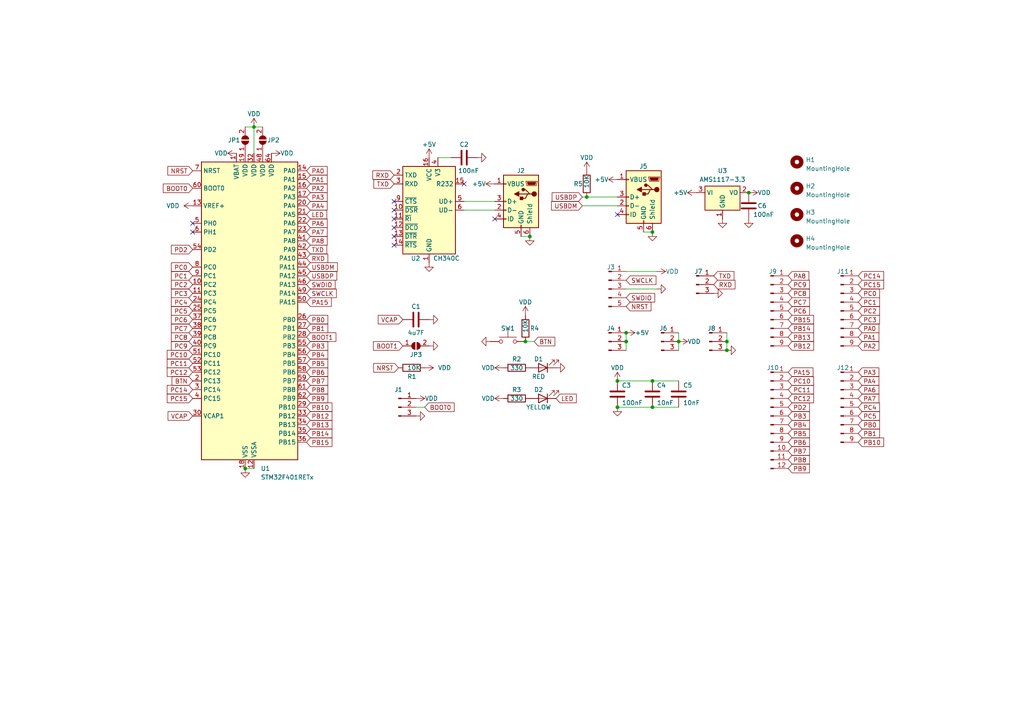
<source format=kicad_sch>
(kicad_sch (version 20230121) (generator eeschema)
  (paper "A4")
  (title_block (title "STM32 LQFP64 Minimum System") (date "2023-08-17") (rev "v0") (company "Achmadi ST MT"))
  (lib_symbols
    (symbol "Connector:Conn_01x03_Pin" (pin_names (offset 1.016) hide)
      (property "Reference" "J" (at 0 5.08 0))
      (property "Value" "Conn_01x03_Pin" (at 0 -5.08 0))
      (symbol "Conn_01x03_Pin_1_1"
        (polyline (pts (xy 1.27 -2.54) (xy 0.8636 -2.54)) (stroke (width 0.1524)))
        (polyline (pts (xy 1.27 0) (xy 0.8636 0)) (stroke (width 0.1524)))
        (polyline (pts (xy 1.27 2.54) (xy 0.8636 2.54)) (stroke (width 0.1524)))
        (rectangle (start 0.8636 -2.413) (end 0 -2.667) (stroke (width 0.1524)) (fill (type outline)))
        (rectangle (start 0.8636 0.127) (end 0 -0.127) (stroke (width 0.1524)) (fill (type outline)))
        (rectangle (start 0.8636 2.667) (end 0 2.413) (stroke (width 0.1524)) (fill (type outline)))
        (pin passive line (at 5.08 2.54 180) (length 3.81) (name "Pin_1") (number "1"))
        (pin passive line (at 5.08 0 180) (length 3.81) (name "Pin_2") (number "2"))
        (pin passive line (at 5.08 -2.54 180) (length 3.81) (name "Pin_3") (number "3"))
      )
    )
    (symbol "Connector:Conn_01x05_Pin" (pin_names (offset 1.016) hide)
      (property "Reference" "J" (at 0 7.62 0))
      (property "Value" "Conn_01x05_Pin" (at 0 -7.62 0))
      (symbol "Conn_01x05_Pin_1_1"
        (polyline (pts (xy 1.27 -5.08) (xy 0.8636 -5.08)) (stroke (width 0.1524)))
        (polyline (pts (xy 1.27 -2.54) (xy 0.8636 -2.54)) (stroke (width 0.1524)))
        (polyline (pts (xy 1.27 0) (xy 0.8636 0)) (stroke (width 0.1524)))
        (polyline (pts (xy 1.27 2.54) (xy 0.8636 2.54)) (stroke (width 0.1524)))
        (polyline (pts (xy 1.27 5.08) (xy 0.8636 5.08)) (stroke (width 0.1524)))
        (rectangle (start 0.8636 -4.953) (end 0 -5.207) (stroke (width 0.1524)) (fill (type outline)))
        (rectangle (start 0.8636 -2.413) (end 0 -2.667) (stroke (width 0.1524)) (fill (type outline)))
        (rectangle (start 0.8636 0.127) (end 0 -0.127) (stroke (width 0.1524)) (fill (type outline)))
        (rectangle (start 0.8636 2.667) (end 0 2.413) (stroke (width 0.1524)) (fill (type outline)))
        (rectangle (start 0.8636 5.207) (end 0 4.953) (stroke (width 0.1524)) (fill (type outline)))
        (pin passive line (at 5.08 5.08 180) (length 3.81) (name "Pin_1") (number "1"))
        (pin passive line (at 5.08 2.54 180) (length 3.81) (name "Pin_2") (number "2"))
        (pin passive line (at 5.08 0 180) (length 3.81) (name "Pin_3") (number "3"))
        (pin passive line (at 5.08 -2.54 180) (length 3.81) (name "Pin_4") (number "4"))
        (pin passive line (at 5.08 -5.08 180) (length 3.81) (name "Pin_5") (number "5"))
      )
    )
    (symbol "Connector:Conn_01x09_Pin" (pin_names (offset 1.016) hide)
      (property "Reference" "J" (at 0 12.7 0))
      (property "Value" "Conn_01x09_Pin" (at 0 -12.7 0))
      (symbol "Conn_01x09_Pin_1_1"
        (polyline (pts (xy 1.27 -10.16) (xy 0.8636 -10.16)) (stroke (width 0.1524)))
        (polyline (pts (xy 1.27 -7.62) (xy 0.8636 -7.62)) (stroke (width 0.1524)))
        (polyline (pts (xy 1.27 -5.08) (xy 0.8636 -5.08)) (stroke (width 0.1524)))
        (polyline (pts (xy 1.27 -2.54) (xy 0.8636 -2.54)) (stroke (width 0.1524)))
        (polyline (pts (xy 1.27 0) (xy 0.8636 0)) (stroke (width 0.1524)))
        (polyline (pts (xy 1.27 2.54) (xy 0.8636 2.54)) (stroke (width 0.1524)))
        (polyline (pts (xy 1.27 5.08) (xy 0.8636 5.08)) (stroke (width 0.1524)))
        (polyline (pts (xy 1.27 7.62) (xy 0.8636 7.62)) (stroke (width 0.1524)))
        (polyline (pts (xy 1.27 10.16) (xy 0.8636 10.16)) (stroke (width 0.1524)))
        (rectangle (start 0.8636 -10.033) (end 0 -10.287) (stroke (width 0.1524)) (fill (type outline)))
        (rectangle (start 0.8636 -7.493) (end 0 -7.747) (stroke (width 0.1524)) (fill (type outline)))
        (rectangle (start 0.8636 -4.953) (end 0 -5.207) (stroke (width 0.1524)) (fill (type outline)))
        (rectangle (start 0.8636 -2.413) (end 0 -2.667) (stroke (width 0.1524)) (fill (type outline)))
        (rectangle (start 0.8636 0.127) (end 0 -0.127) (stroke (width 0.1524)) (fill (type outline)))
        (rectangle (start 0.8636 2.667) (end 0 2.413) (stroke (width 0.1524)) (fill (type outline)))
        (rectangle (start 0.8636 5.207) (end 0 4.953) (stroke (width 0.1524)) (fill (type outline)))
        (rectangle (start 0.8636 7.747) (end 0 7.493) (stroke (width 0.1524)) (fill (type outline)))
        (rectangle (start 0.8636 10.287) (end 0 10.033) (stroke (width 0.1524)) (fill (type outline)))
        (pin passive line (at 5.08 10.16 180) (length 3.81) (name "Pin_1") (number "1"))
        (pin passive line (at 5.08 7.62 180) (length 3.81) (name "Pin_2") (number "2"))
        (pin passive line (at 5.08 5.08 180) (length 3.81) (name "Pin_3") (number "3"))
        (pin passive line (at 5.08 2.54 180) (length 3.81) (name "Pin_4") (number "4"))
        (pin passive line (at 5.08 0 180) (length 3.81) (name "Pin_5") (number "5"))
        (pin passive line (at 5.08 -2.54 180) (length 3.81) (name "Pin_6") (number "6"))
        (pin passive line (at 5.08 -5.08 180) (length 3.81) (name "Pin_7") (number "7"))
        (pin passive line (at 5.08 -7.62 180) (length 3.81) (name "Pin_8") (number "8"))
        (pin passive line (at 5.08 -10.16 180) (length 3.81) (name "Pin_9") (number "9"))
      )
    )
    (symbol "Connector:Conn_01x12_Pin" (pin_names (offset 1.016) hide)
      (property "Reference" "J" (at 0 15.24 0))
      (property "Value" "Conn_01x12_Pin" (at 0 -17.78 0))
      (symbol "Conn_01x12_Pin_1_1"
        (polyline (pts (xy 1.27 -15.24) (xy 0.8636 -15.24)) (stroke (width 0.1524)))
        (polyline (pts (xy 1.27 -12.7) (xy 0.8636 -12.7)) (stroke (width 0.1524)))
        (polyline (pts (xy 1.27 -10.16) (xy 0.8636 -10.16)) (stroke (width 0.1524)))
        (polyline (pts (xy 1.27 -7.62) (xy 0.8636 -7.62)) (stroke (width 0.1524)))
        (polyline (pts (xy 1.27 -5.08) (xy 0.8636 -5.08)) (stroke (width 0.1524)))
        (polyline (pts (xy 1.27 -2.54) (xy 0.8636 -2.54)) (stroke (width 0.1524)))
        (polyline (pts (xy 1.27 0) (xy 0.8636 0)) (stroke (width 0.1524)))
        (polyline (pts (xy 1.27 2.54) (xy 0.8636 2.54)) (stroke (width 0.1524)))
        (polyline (pts (xy 1.27 5.08) (xy 0.8636 5.08)) (stroke (width 0.1524)))
        (polyline (pts (xy 1.27 7.62) (xy 0.8636 7.62)) (stroke (width 0.1524)))
        (polyline (pts (xy 1.27 10.16) (xy 0.8636 10.16)) (stroke (width 0.1524)))
        (polyline (pts (xy 1.27 12.7) (xy 0.8636 12.7)) (stroke (width 0.1524)))
        (rectangle (start 0.8636 -15.113) (end 0 -15.367) (stroke (width 0.1524)) (fill (type outline)))
        (rectangle (start 0.8636 -12.573) (end 0 -12.827) (stroke (width 0.1524)) (fill (type outline)))
        (rectangle (start 0.8636 -10.033) (end 0 -10.287) (stroke (width 0.1524)) (fill (type outline)))
        (rectangle (start 0.8636 -7.493) (end 0 -7.747) (stroke (width 0.1524)) (fill (type outline)))
        (rectangle (start 0.8636 -4.953) (end 0 -5.207) (stroke (width 0.1524)) (fill (type outline)))
        (rectangle (start 0.8636 -2.413) (end 0 -2.667) (stroke (width 0.1524)) (fill (type outline)))
        (rectangle (start 0.8636 0.127) (end 0 -0.127) (stroke (width 0.1524)) (fill (type outline)))
        (rectangle (start 0.8636 2.667) (end 0 2.413) (stroke (width 0.1524)) (fill (type outline)))
        (rectangle (start 0.8636 5.207) (end 0 4.953) (stroke (width 0.1524)) (fill (type outline)))
        (rectangle (start 0.8636 7.747) (end 0 7.493) (stroke (width 0.1524)) (fill (type outline)))
        (rectangle (start 0.8636 10.287) (end 0 10.033) (stroke (width 0.1524)) (fill (type outline)))
        (rectangle (start 0.8636 12.827) (end 0 12.573) (stroke (width 0.1524)) (fill (type outline)))
        (pin passive line (at 5.08 12.7 180) (length 3.81) (name "Pin_1") (number "1"))
        (pin passive line (at 5.08 -10.16 180) (length 3.81) (name "Pin_10") (number "10"))
        (pin passive line (at 5.08 -12.7 180) (length 3.81) (name "Pin_11") (number "11"))
        (pin passive line (at 5.08 -15.24 180) (length 3.81) (name "Pin_12") (number "12"))
        (pin passive line (at 5.08 10.16 180) (length 3.81) (name "Pin_2") (number "2"))
        (pin passive line (at 5.08 7.62 180) (length 3.81) (name "Pin_3") (number "3"))
        (pin passive line (at 5.08 5.08 180) (length 3.81) (name "Pin_4") (number "4"))
        (pin passive line (at 5.08 2.54 180) (length 3.81) (name "Pin_5") (number "5"))
        (pin passive line (at 5.08 0 180) (length 3.81) (name "Pin_6") (number "6"))
        (pin passive line (at 5.08 -2.54 180) (length 3.81) (name "Pin_7") (number "7"))
        (pin passive line (at 5.08 -5.08 180) (length 3.81) (name "Pin_8") (number "8"))
        (pin passive line (at 5.08 -7.62 180) (length 3.81) (name "Pin_9") (number "9"))
      )
    )
    (symbol "Connector:USB_B_Mini" (pin_names (offset 1.016))
      (property "Reference" "J" (at -5.08 11.43 0))
      (property "Value" "USB_B_Mini" (at -5.08 8.89 0))
      (symbol "USB_B_Mini_0_1"
        (rectangle (start -5.08 -7.62) (end 5.08 7.62) (stroke (width 0.254)) (fill (type background)))
        (circle (center -3.81 2.159) (radius 0.635) (stroke (width 0.254)) (fill (type outline)))
        (circle (center -0.635 3.429) (radius 0.381) (stroke (width 0.254)) (fill (type outline)))
        (rectangle (start -0.127 -7.62) (end 0.127 -6.858))
        (polyline (pts (xy -1.905 2.159) (xy 0.635 2.159)) (stroke (width 0.254)))
        (polyline (pts (xy -3.175 2.159) (xy -2.54 2.159) (xy -1.27 3.429) (xy -0.635 3.429)) (stroke (width 0.254)))
        (polyline (pts (xy -2.54 2.159) (xy -1.905 2.159) (xy -1.27 0.889) (xy 0 0.889)) (stroke (width 0.254)))
        (polyline (pts (xy 0.635 2.794) (xy 0.635 1.524) (xy 1.905 2.159) (xy 0.635 2.794)) (stroke (width 0.254)) (fill (type outline)))
        (polyline (pts (xy -4.318 5.588) (xy -1.778 5.588) (xy -2.032 4.826) (xy -4.064 4.826) (xy -4.318 5.588)) (fill (type outline)))
        (polyline (pts (xy -4.699 5.842) (xy -4.699 5.588) (xy -4.445 4.826) (xy -4.445 4.572) (xy -1.651 4.572) (xy -1.651 4.826) (xy -1.397 5.588) (xy -1.397 5.842) (xy -4.699 5.842)))
        (rectangle (start 0.254 1.27) (end -0.508 0.508) (stroke (width 0.254)) (fill (type outline)))
        (rectangle (start 5.08 -5.207) (end 4.318 -4.953))
        (rectangle (start 5.08 -2.667) (end 4.318 -2.413))
        (rectangle (start 5.08 -0.127) (end 4.318 0.127))
        (rectangle (start 5.08 4.953) (end 4.318 5.207))
      )
      (symbol "USB_B_Mini_1_1"
        (pin power_out line (at 7.62 5.08 180) (length 2.54) (name "VBUS") (number "1"))
        (pin bidirectional line (at 7.62 -2.54 180) (length 2.54) (name "D-") (number "2"))
        (pin bidirectional line (at 7.62 0 180) (length 2.54) (name "D+") (number "3"))
        (pin passive line (at 7.62 -5.08 180) (length 2.54) (name "ID") (number "4"))
        (pin power_out line (at 0 -10.16 90) (length 2.54) (name "GND") (number "5"))
        (pin passive line (at -2.54 -10.16 90) (length 2.54) (name "Shield") (number "6"))
      )
    )
    (symbol "Device:C" (pin_numbers hide) (pin_names (offset 0.254))
      (property "Reference" "C" (at 0.635 2.54 0))
      (property "Value" "C" (at 0.635 -2.54 0))
      (symbol "C_0_1"
        (polyline (pts (xy -2.032 -0.762) (xy 2.032 -0.762)) (stroke (width 0.508)))
        (polyline (pts (xy -2.032 0.762) (xy 2.032 0.762)) (stroke (width 0.508)))
      )
      (symbol "C_1_1"
        (pin passive line (at 0 3.81 270) (length 2.794) (name "~") (number "1"))
        (pin passive line (at 0 -3.81 90) (length 2.794) (name "~") (number "2"))
      )
    )
    (symbol "Device:LED" (pin_numbers hide) (pin_names (offset 1.016) hide)
      (property "Reference" "D" (at 0 2.54 0))
      (property "Value" "LED" (at 0 -2.54 0))
      (symbol "LED_0_1"
        (polyline (pts (xy -1.27 -1.27) (xy -1.27 1.27)) (stroke (width 0.254)))
        (polyline (pts (xy -1.27 0) (xy 1.27 0)))
        (polyline (pts (xy 1.27 -1.27) (xy 1.27 1.27) (xy -1.27 0) (xy 1.27 -1.27)) (stroke (width 0.254)))
        (polyline (pts (xy -3.048 -0.762) (xy -4.572 -2.286) (xy -3.81 -2.286) (xy -4.572 -2.286) (xy -4.572 -1.524)))
        (polyline (pts (xy -1.778 -0.762) (xy -3.302 -2.286) (xy -2.54 -2.286) (xy -3.302 -2.286) (xy -3.302 -1.524)))
      )
      (symbol "LED_1_1"
        (pin passive line (at -3.81 0 0) (length 2.54) (name "K") (number "1"))
        (pin passive line (at 3.81 0 180) (length 2.54) (name "A") (number "2"))
      )
    )
    (symbol "Device:R" (pin_numbers hide) (pin_names (offset 0))
      (property "Reference" "R" (at 2.032 0 90))
      (property "Value" "R" (at 0 0 90))
      (symbol "R_0_1"
        (rectangle (start -1.016 -2.54) (end 1.016 2.54) (stroke (width 0.254)))
      )
      (symbol "R_1_1"
        (pin passive line (at 0 3.81 270) (length 1.27) (name "~") (number "1"))
        (pin passive line (at 0 -3.81 90) (length 1.27) (name "~") (number "2"))
      )
    )
    (symbol "Interface_USB:CH340C"
      (property "Reference" "U" (at -5.08 13.97 0))
      (property "Value" "CH340C" (at 1.27 13.97 0))
      (symbol "CH340C_0_1"
        (rectangle (start -7.62 12.7) (end 7.62 -12.7) (stroke (width 0.254)) (fill (type background)))
      )
      (symbol "CH340C_1_1"
        (pin power_in line (at 0 -15.24 90) (length 2.54) (name "GND") (number "1"))
        (pin input line (at 10.16 0 180) (length 2.54) (name "~{DSR}") (number "10"))
        (pin input line (at 10.16 -2.54 180) (length 2.54) (name "~{RI}") (number "11"))
        (pin input line (at 10.16 -5.08 180) (length 2.54) (name "~{DCD}") (number "12"))
        (pin output line (at 10.16 -7.62 180) (length 2.54) (name "~{DTR}") (number "13"))
        (pin output line (at 10.16 -10.16 180) (length 2.54) (name "~{RTS}") (number "14"))
        (pin input line (at -10.16 7.62 0) (length 2.54) (name "R232") (number "15"))
        (pin power_in line (at 0 15.24 270) (length 2.54) (name "VCC") (number "16"))
        (pin output line (at 10.16 10.16 180) (length 2.54) (name "TXD") (number "2"))
        (pin input line (at 10.16 7.62 180) (length 2.54) (name "RXD") (number "3"))
        (pin passive line (at -2.54 15.24 270) (length 2.54) (name "V3") (number "4"))
        (pin bidirectional line (at -10.16 2.54 0) (length 2.54) (name "UD+") (number "5"))
        (pin bidirectional line (at -10.16 0 0) (length 2.54) (name "UD-") (number "6"))
        (pin no_connect line (at -7.62 -7.62 0) (length 2.54) hide (name "NC") (number "7"))
        (pin no_connect line (at -7.62 -10.16 0) (length 2.54) hide (name "NC") (number "8"))
        (pin input line (at 10.16 2.54 180) (length 2.54) (name "~{CTS}") (number "9"))
      )
    )
    (symbol "Jumper:SolderJumper_2_Open" (pin_names (offset 0) hide)
      (property "Reference" "JP" (at 0 2.032 0))
      (property "Value" "SolderJumper_2_Open" (at 0 -2.54 0))
      (symbol "SolderJumper_2_Open_0_1"
        (arc (start -0.254 1.016) (mid -1.2656 0) (end -0.254 -1.016))
        (arc (start -0.254 1.016) (mid -1.2656 0) (end -0.254 -1.016) (fill (type outline)))
        (polyline (pts (xy -0.254 1.016) (xy -0.254 -1.016)))
        (polyline (pts (xy 0.254 1.016) (xy 0.254 -1.016)))
        (arc (start 0.254 -1.016) (mid 1.2656 0) (end 0.254 1.016))
        (arc (start 0.254 -1.016) (mid 1.2656 0) (end 0.254 1.016) (fill (type outline)))
      )
      (symbol "SolderJumper_2_Open_1_1"
        (pin passive line (at -3.81 0 0) (length 2.54) (name "A") (number "1"))
        (pin passive line (at 3.81 0 180) (length 2.54) (name "B") (number "2"))
      )
    )
    (symbol "MCU_ST_STM32F4:STM32F401RETx"
      (property "Reference" "U" (at -12.7 44.45 0))
      (property "Value" "STM32F401RETx" (at 10.16 44.45 0))
      (symbol "STM32F401RETx_0_1"
        (rectangle (start -12.7 -43.18) (end 15.24 43.18) (stroke (width 0.254)) (fill (type background)))
      )
      (symbol "STM32F401RETx_1_1"
        (pin power_in line (at -2.54 45.72 270) (length 2.54) (name "VBAT") (number "1"))
        (pin bidirectional line (at -15.24 7.62 0) (length 2.54) (name "PC2") (number "10"))
        (pin bidirectional line (at -15.24 5.08 0) (length 2.54) (name "PC3") (number "11"))
        (pin power_in line (at 2.54 -45.72 90) (length 2.54) (name "VSSA") (number "12"))
        (pin input line (at -15.24 30.48 0) (length 2.54) (name "VREF+") (number "13"))
        (pin bidirectional line (at 17.78 40.64 180) (length 2.54) (name "PA0") (number "14"))
        (pin bidirectional line (at 17.78 38.1 180) (length 2.54) (name "PA1") (number "15"))
        (pin bidirectional line (at 17.78 35.56 180) (length 2.54) (name "PA2") (number "16"))
        (pin bidirectional line (at 17.78 33.02 180) (length 2.54) (name "PA3") (number "17"))
        (pin power_in line (at 0 -45.72 90) (length 2.54) (name "VSS") (number "18"))
        (pin power_in line (at 0 45.72 270) (length 2.54) (name "VDD") (number "19"))
        (pin bidirectional line (at -15.24 -20.32 0) (length 2.54) (name "PC13") (number "2"))
        (pin bidirectional line (at 17.78 30.48 180) (length 2.54) (name "PA4") (number "20"))
        (pin bidirectional line (at 17.78 27.94 180) (length 2.54) (name "PA5") (number "21"))
        (pin bidirectional line (at 17.78 25.4 180) (length 2.54) (name "PA6") (number "22"))
        (pin bidirectional line (at 17.78 22.86 180) (length 2.54) (name "PA7") (number "23"))
        (pin bidirectional line (at -15.24 2.54 0) (length 2.54) (name "PC4") (number "24"))
        (pin bidirectional line (at -15.24 0 0) (length 2.54) (name "PC5") (number "25"))
        (pin bidirectional line (at 17.78 -2.54 180) (length 2.54) (name "PB0") (number "26"))
        (pin bidirectional line (at 17.78 -5.08 180) (length 2.54) (name "PB1") (number "27"))
        (pin bidirectional line (at 17.78 -7.62 180) (length 2.54) (name "PB2") (number "28"))
        (pin bidirectional line (at 17.78 -27.94 180) (length 2.54) (name "PB10") (number "29"))
        (pin bidirectional line (at -15.24 -22.86 0) (length 2.54) (name "PC14") (number "3"))
        (pin power_out line (at -15.24 -30.48 0) (length 2.54) (name "VCAP1") (number "30"))
        (pin passive line (at 0 -45.72 90) (length 2.54) hide (name "VSS") (number "31"))
        (pin power_in line (at 2.54 45.72 270) (length 2.54) (name "VDD") (number "32"))
        (pin bidirectional line (at 17.78 -30.48 180) (length 2.54) (name "PB12") (number "33"))
        (pin bidirectional line (at 17.78 -33.02 180) (length 2.54) (name "PB13") (number "34"))
        (pin bidirectional line (at 17.78 -35.56 180) (length 2.54) (name "PB14") (number "35"))
        (pin bidirectional line (at 17.78 -38.1 180) (length 2.54) (name "PB15") (number "36"))
        (pin bidirectional line (at -15.24 -2.54 0) (length 2.54) (name "PC6") (number "37"))
        (pin bidirectional line (at -15.24 -5.08 0) (length 2.54) (name "PC7") (number "38"))
        (pin bidirectional line (at -15.24 -7.62 0) (length 2.54) (name "PC8") (number "39"))
        (pin bidirectional line (at -15.24 -25.4 0) (length 2.54) (name "PC15") (number "4"))
        (pin bidirectional line (at -15.24 -10.16 0) (length 2.54) (name "PC9") (number "40"))
        (pin bidirectional line (at 17.78 20.32 180) (length 2.54) (name "PA8") (number "41"))
        (pin bidirectional line (at 17.78 17.78 180) (length 2.54) (name "PA9") (number "42"))
        (pin bidirectional line (at 17.78 15.24 180) (length 2.54) (name "PA10") (number "43"))
        (pin bidirectional line (at 17.78 12.7 180) (length 2.54) (name "PA11") (number "44"))
        (pin bidirectional line (at 17.78 10.16 180) (length 2.54) (name "PA12") (number "45"))
        (pin bidirectional line (at 17.78 7.62 180) (length 2.54) (name "PA13") (number "46"))
        (pin passive line (at 0 -45.72 90) (length 2.54) hide (name "VSS") (number "47"))
        (pin power_in line (at 5.08 45.72 270) (length 2.54) (name "VDD") (number "48"))
        (pin bidirectional line (at 17.78 5.08 180) (length 2.54) (name "PA14") (number "49"))
        (pin bidirectional line (at -15.24 25.4 0) (length 2.54) (name "PH0") (number "5"))
        (pin bidirectional line (at 17.78 2.54 180) (length 2.54) (name "PA15") (number "50"))
        (pin bidirectional line (at -15.24 -12.7 0) (length 2.54) (name "PC10") (number "51"))
        (pin bidirectional line (at -15.24 -15.24 0) (length 2.54) (name "PC11") (number "52"))
        (pin bidirectional line (at -15.24 -17.78 0) (length 2.54) (name "PC12") (number "53"))
        (pin bidirectional line (at -15.24 17.78 0) (length 2.54) (name "PD2") (number "54"))
        (pin bidirectional line (at 17.78 -10.16 180) (length 2.54) (name "PB3") (number "55"))
        (pin bidirectional line (at 17.78 -12.7 180) (length 2.54) (name "PB4") (number "56"))
        (pin bidirectional line (at 17.78 -15.24 180) (length 2.54) (name "PB5") (number "57"))
        (pin bidirectional line (at 17.78 -17.78 180) (length 2.54) (name "PB6") (number "58"))
        (pin bidirectional line (at 17.78 -20.32 180) (length 2.54) (name "PB7") (number "59"))
        (pin bidirectional line (at -15.24 22.86 0) (length 2.54) (name "PH1") (number "6"))
        (pin input line (at -15.24 35.56 0) (length 2.54) (name "BOOT0") (number "60"))
        (pin bidirectional line (at 17.78 -22.86 180) (length 2.54) (name "PB8") (number "61"))
        (pin bidirectional line (at 17.78 -25.4 180) (length 2.54) (name "PB9") (number "62"))
        (pin passive line (at 0 -45.72 90) (length 2.54) hide (name "VSS") (number "63"))
        (pin power_in line (at 7.62 45.72 270) (length 2.54) (name "VDD") (number "64"))
        (pin input line (at -15.24 40.64 0) (length 2.54) (name "NRST") (number "7"))
        (pin bidirectional line (at -15.24 12.7 0) (length 2.54) (name "PC0") (number "8"))
        (pin bidirectional line (at -15.24 10.16 0) (length 2.54) (name "PC1") (number "9"))
      )
    )
    (symbol "Mechanical:MountingHole" (pin_names (offset 1.016))
      (property "Reference" "H" (at 0 5.08 0))
      (property "Value" "MountingHole" (at 0 3.175 0))
      (symbol "MountingHole_0_1"
        (circle (center 0 0) (radius 1.27) (stroke (width 1.27)))
      )
    )
    (symbol "Regulator_Linear:AMS1117-3.3"
      (property "Reference" "U" (at -3.81 3.175 0))
      (property "Value" "AMS1117-3.3" (at 0 3.175 0))
      (symbol "AMS1117-3.3_0_1"
        (rectangle (start -5.08 -5.08) (end 5.08 1.905) (stroke (width 0.254)) (fill (type background)))
      )
      (symbol "AMS1117-3.3_1_1"
        (pin power_in line (at 0 -7.62 90) (length 2.54) (name "GND") (number "1"))
        (pin power_out line (at 7.62 0 180) (length 2.54) (name "VO") (number "2"))
        (pin power_in line (at -7.62 0 0) (length 2.54) (name "VI") (number "3"))
      )
    )
    (symbol "Switch:SW_Push" (pin_numbers hide) (pin_names (offset 1.016) hide)
      (property "Reference" "SW" (at 1.27 2.54 0))
      (property "Value" "SW_Push" (at 0 -1.524 0))
      (symbol "SW_Push_0_1"
        (circle (center -2.032 0) (radius 0.508))
        (polyline (pts (xy 0 1.27) (xy 0 3.048)))
        (polyline (pts (xy 2.54 1.27) (xy -2.54 1.27)))
        (circle (center 2.032 0) (radius 0.508))
        (pin passive line (at -5.08 0 0) (length 2.54) (name "1") (number "1"))
        (pin passive line (at 5.08 0 180) (length 2.54) (name "2") (number "2"))
      )
    )
    (symbol "power:+5V" (power) (pin_names (offset 0))
      (property "Value" "+5V" (at 0 3.556 0))
      (symbol "+5V_0_1"
        (polyline (pts (xy -0.762 1.27) (xy 0 2.54)))
        (polyline (pts (xy 0 0) (xy 0 2.54)))
        (polyline (pts (xy 0 2.54) (xy 0.762 1.27)))
      )
      (symbol "+5V_1_1"
        (pin power_in line (at 0 0 90) (length 0) hide (name "+5V") (number "1"))
      )
    )
    (symbol "power:GND" (power) (pin_names (offset 0))
      (property "Value" "GND" (at 0 -3.81 0))
      (symbol "GND_0_1"
        (polyline (pts (xy 0 0) (xy 0 -1.27) (xy 1.27 -1.27) (xy 0 -2.54) (xy -1.27 -1.27) (xy 0 -1.27)))
      )
      (symbol "GND_1_1"
        (pin power_in line (at 0 0 270) (length 0) hide (name "GND") (number "1"))
      )
    )
    (symbol "power:VDD" (power) (pin_names (offset 0))
      (property "Value" "VDD" (at 0 3.81 0))
      (symbol "VDD_0_1"
        (polyline (pts (xy -0.762 1.27) (xy 0 2.54)))
        (polyline (pts (xy 0 0) (xy 0 2.54)))
        (polyline (pts (xy 0 2.54) (xy 0.762 1.27)))
      )
      (symbol "VDD_1_1"
        (pin power_in line (at 0 0 90) (length 0) hide (name "VDD") (number "1"))
      )
    )
  )
  (junction (at 217.17 55.88))
  (junction (at 196.85 99.06))
  (junction (at 179.07 118.11))
  (junction (at 73.66 36.83))
  (junction (at 152.4 99.06))
  (junction (at 189.23 67.31))
  (junction (at 170.18 57.15))
  (junction (at 71.12 135.89))
  (junction (at 153.67 68.58))
  (junction (at 210.82 101.6))
  (junction (at 181.61 96.52))
  (junction (at 210.82 99.06))
  (junction (at 181.61 99.06))
  (junction (at 179.07 110.49))
  (junction (at 189.23 118.11))
  (junction (at 189.23 110.49))
  (no_connect (at 55.88 67.31))
  (no_connect (at 114.3 68.58))
  (no_connect (at 143.51 63.5))
  (no_connect (at 114.3 63.5))
  (no_connect (at 55.88 64.77))
  (no_connect (at 114.3 66.04))
  (no_connect (at 114.3 60.96))
  (no_connect (at 114.3 58.42))
  (no_connect (at 179.07 62.23))
  (no_connect (at 114.3 71.12))
  (no_connect (at 134.62 53.34))
  (wire (pts (xy 210.82 96.52) (xy 210.82 99.06)))
  (wire (pts (xy 73.66 36.83) (xy 76.2 36.83)))
  (wire (pts (xy 152.4 99.06) (xy 154.94 99.06)))
  (wire (pts (xy 127 45.72) (xy 130.81 45.72)))
  (wire (pts (xy 168.91 57.15) (xy 170.18 57.15)))
  (wire (pts (xy 134.62 60.96) (xy 143.51 60.96)))
  (wire (pts (xy 134.62 58.42) (xy 143.51 58.42)))
  (wire (pts (xy 73.66 36.83) (xy 73.66 44.45)))
  (wire (pts (xy 186.69 67.31) (xy 189.23 67.31)))
  (wire (pts (xy 210.82 99.06) (xy 210.82 101.6)))
  (wire (pts (xy 71.12 36.83) (xy 73.66 36.83)))
  (wire (pts (xy 151.13 68.58) (xy 153.67 68.58)))
  (wire (pts (xy 181.61 99.06) (xy 181.61 101.6)))
  (wire (pts (xy 181.61 96.52) (xy 181.61 99.06)))
  (wire (pts (xy 189.23 110.49) (xy 196.85 110.49)))
  (wire (pts (xy 71.12 135.89) (xy 73.66 135.89)))
  (wire (pts (xy 120.65 118.11) (xy 123.19 118.11)))
  (wire (pts (xy 179.07 110.49) (xy 189.23 110.49)))
  (wire (pts (xy 190.5 78.74) (xy 181.61 78.74)))
  (wire (pts (xy 189.23 118.11) (xy 196.85 118.11)))
  (wire (pts (xy 196.85 99.06) (xy 196.85 101.6)))
  (wire (pts (xy 170.18 57.15) (xy 179.07 57.15)))
  (wire (pts (xy 190.5 83.82) (xy 181.61 83.82)))
  (wire (pts (xy 179.07 118.11) (xy 189.23 118.11)))
  (wire (pts (xy 196.85 96.52) (xy 196.85 99.06)))
  (wire (pts (xy 168.91 59.69) (xy 179.07 59.69)))
  (global_label "BOOT0" (shape input) (at 123.19 118.11 0) (property "Intersheetrefs" "${INTERSHEET_REFS}" (effects hide)))
  (global_label "PA2" (shape input) (at 88.9 54.61 0) (property "Intersheetrefs" "${INTERSHEET_REFS}" (effects hide)))
  (global_label "PA3" (shape input) (at 88.9 57.15 0) (property "Intersheetrefs" "${INTERSHEET_REFS}" (effects hide)))
  (global_label "PC9" (shape input) (at 228.6 82.55 0) (property "Intersheetrefs" "${INTERSHEET_REFS}" (effects hide)))
  (global_label "PC15" (shape input) (at 55.88 115.57 180) (property "Intersheetrefs" "${INTERSHEET_REFS}" (effects hide)))
  (global_label "PC1" (shape input) (at 248.92 87.63 0) (property "Intersheetrefs" "${INTERSHEET_REFS}" (effects hide)))
  (global_label "PC15" (shape input) (at 248.92 82.55 0) (property "Intersheetrefs" "${INTERSHEET_REFS}" (effects hide)))
  (global_label "PB1" (shape input) (at 88.9 95.25 0) (property "Intersheetrefs" "${INTERSHEET_REFS}" (effects hide)))
  (global_label "PB0" (shape input) (at 248.92 123.19 0) (property "Intersheetrefs" "${INTERSHEET_REFS}" (effects hide)))
  (global_label "NRST" (shape input) (at 181.61 88.9 0) (property "Intersheetrefs" "${INTERSHEET_REFS}" (effects hide)))
  (global_label "PB13" (shape input) (at 228.6 97.79 0) (property "Intersheetrefs" "${INTERSHEET_REFS}" (effects hide)))
  (global_label "TXD" (shape input) (at 114.3 53.34 180) (property "Intersheetrefs" "${INTERSHEET_REFS}" (effects hide)))
  (global_label "PB10" (shape input) (at 88.9 118.11 0) (property "Intersheetrefs" "${INTERSHEET_REFS}" (effects hide)))
  (global_label "BTN" (shape input) (at 55.88 110.49 180) (property "Intersheetrefs" "${INTERSHEET_REFS}" (effects hide)))
  (global_label "USBDP" (shape input) (at 88.9 80.01 0) (property "Intersheetrefs" "${INTERSHEET_REFS}" (effects hide)))
  (global_label "LED" (shape input) (at 88.9 62.23 0) (property "Intersheetrefs" "${INTERSHEET_REFS}" (effects hide)))
  (global_label "PC5" (shape input) (at 248.92 120.65 0) (property "Intersheetrefs" "${INTERSHEET_REFS}" (effects hide)))
  (global_label "PA8" (shape input) (at 88.9 69.85 0) (property "Intersheetrefs" "${INTERSHEET_REFS}" (effects hide)))
  (global_label "PB15" (shape input) (at 88.9 128.27 0) (property "Intersheetrefs" "${INTERSHEET_REFS}" (effects hide)))
  (global_label "PB7" (shape input) (at 88.9 110.49 0) (property "Intersheetrefs" "${INTERSHEET_REFS}" (effects hide)))
  (global_label "PD2" (shape input) (at 228.6 118.11 0) (property "Intersheetrefs" "${INTERSHEET_REFS}" (effects hide)))
  (global_label "SWCLK" (shape input) (at 88.9 85.09 0) (property "Intersheetrefs" "${INTERSHEET_REFS}" (effects hide)))
  (global_label "PC0" (shape input) (at 55.88 77.47 180) (property "Intersheetrefs" "${INTERSHEET_REFS}" (effects hide)))
  (global_label "PB14" (shape input) (at 88.9 125.73 0) (property "Intersheetrefs" "${INTERSHEET_REFS}" (effects hide)))
  (global_label "PB12" (shape input) (at 88.9 120.65 0) (property "Intersheetrefs" "${INTERSHEET_REFS}" (effects hide)))
  (global_label "PC7" (shape input) (at 55.88 95.25 180) (property "Intersheetrefs" "${INTERSHEET_REFS}" (effects hide)))
  (global_label "BTN" (shape input) (at 154.94 99.06 0) (property "Intersheetrefs" "${INTERSHEET_REFS}" (effects hide)))
  (global_label "TXD" (shape input) (at 207.01 80.01 0) (property "Intersheetrefs" "${INTERSHEET_REFS}" (effects hide)))
  (global_label "PC10" (shape input) (at 228.6 110.49 0) (property "Intersheetrefs" "${INTERSHEET_REFS}" (effects hide)))
  (global_label "PA2" (shape input) (at 248.92 100.33 0) (property "Intersheetrefs" "${INTERSHEET_REFS}" (effects hide)))
  (global_label "PA8" (shape input) (at 228.6 80.01 0) (property "Intersheetrefs" "${INTERSHEET_REFS}" (effects hide)))
  (global_label "PB8" (shape input) (at 228.6 133.35 0) (property "Intersheetrefs" "${INTERSHEET_REFS}" (effects hide)))
  (global_label "PB13" (shape input) (at 88.9 123.19 0) (property "Intersheetrefs" "${INTERSHEET_REFS}" (effects hide)))
  (global_label "PC14" (shape input) (at 55.88 113.03 180) (property "Intersheetrefs" "${INTERSHEET_REFS}" (effects hide)))
  (global_label "PC3" (shape input) (at 248.92 92.71 0) (property "Intersheetrefs" "${INTERSHEET_REFS}" (effects hide)))
  (global_label "PC3" (shape input) (at 55.88 85.09 180) (property "Intersheetrefs" "${INTERSHEET_REFS}" (effects hide)))
  (global_label "TXD" (shape input) (at 88.9 72.39 0) (property "Intersheetrefs" "${INTERSHEET_REFS}" (effects hide)))
  (global_label "SWDIO" (shape input) (at 88.9 82.55 0) (property "Intersheetrefs" "${INTERSHEET_REFS}" (effects hide)))
  (global_label "PB9" (shape input) (at 228.6 135.89 0) (property "Intersheetrefs" "${INTERSHEET_REFS}" (effects hide)))
  (global_label "NRST" (shape input) (at 55.88 49.53 180) (property "Intersheetrefs" "${INTERSHEET_REFS}" (effects hide)))
  (global_label "USBDM" (shape input) (at 88.9 77.47 0) (property "Intersheetrefs" "${INTERSHEET_REFS}" (effects hide)))
  (global_label "PA7" (shape input) (at 248.92 115.57 0) (property "Intersheetrefs" "${INTERSHEET_REFS}" (effects hide)))
  (global_label "PB10" (shape input) (at 248.92 128.27 0) (property "Intersheetrefs" "${INTERSHEET_REFS}" (effects hide)))
  (global_label "PA0" (shape input) (at 248.92 95.25 0) (property "Intersheetrefs" "${INTERSHEET_REFS}" (effects hide)))
  (global_label "PC8" (shape input) (at 55.88 97.79 180) (property "Intersheetrefs" "${INTERSHEET_REFS}" (effects hide)))
  (global_label "RXD" (shape input) (at 88.9 74.93 0) (property "Intersheetrefs" "${INTERSHEET_REFS}" (effects hide)))
  (global_label "PC8" (shape input) (at 228.6 85.09 0) (property "Intersheetrefs" "${INTERSHEET_REFS}" (effects hide)))
  (global_label "PC7" (shape input) (at 228.6 87.63 0) (property "Intersheetrefs" "${INTERSHEET_REFS}" (effects hide)))
  (global_label "PB1" (shape input) (at 248.92 125.73 0) (property "Intersheetrefs" "${INTERSHEET_REFS}" (effects hide)))
  (global_label "PC5" (shape input) (at 55.88 90.17 180) (property "Intersheetrefs" "${INTERSHEET_REFS}" (effects hide)))
  (global_label "PC4" (shape input) (at 248.92 118.11 0) (property "Intersheetrefs" "${INTERSHEET_REFS}" (effects hide)))
  (global_label "PA15" (shape input) (at 88.9 87.63 0) (property "Intersheetrefs" "${INTERSHEET_REFS}" (effects hide)))
  (global_label "VCAP" (shape input) (at 116.84 92.71 180) (property "Intersheetrefs" "${INTERSHEET_REFS}" (effects hide)))
  (global_label "PA0" (shape input) (at 88.9 49.53 0) (property "Intersheetrefs" "${INTERSHEET_REFS}" (effects hide)))
  (global_label "VCAP" (shape input) (at 55.88 120.65 180) (property "Intersheetrefs" "${INTERSHEET_REFS}" (effects hide)))
  (global_label "USBDP" (shape input) (at 168.91 57.15 180) (property "Intersheetrefs" "${INTERSHEET_REFS}" (effects hide)))
  (global_label "PB3" (shape input) (at 88.9 100.33 0) (property "Intersheetrefs" "${INTERSHEET_REFS}" (effects hide)))
  (global_label "RXD" (shape input) (at 207.01 82.55 0) (property "Intersheetrefs" "${INTERSHEET_REFS}" (effects hide)))
  (global_label "PA1" (shape input) (at 248.92 97.79 0) (property "Intersheetrefs" "${INTERSHEET_REFS}" (effects hide)))
  (global_label "LED" (shape input) (at 161.29 115.57 0) (property "Intersheetrefs" "${INTERSHEET_REFS}" (effects hide)))
  (global_label "PC6" (shape input) (at 55.88 92.71 180) (property "Intersheetrefs" "${INTERSHEET_REFS}" (effects hide)))
  (global_label "PB8" (shape input) (at 88.9 113.03 0) (property "Intersheetrefs" "${INTERSHEET_REFS}" (effects hide)))
  (global_label "RXD" (shape input) (at 114.3 50.8 180) (property "Intersheetrefs" "${INTERSHEET_REFS}" (effects hide)))
  (global_label "PB15" (shape input) (at 228.6 92.71 0) (property "Intersheetrefs" "${INTERSHEET_REFS}" (effects hide)))
  (global_label "PA4" (shape input) (at 248.92 110.49 0) (property "Intersheetrefs" "${INTERSHEET_REFS}" (effects hide)))
  (global_label "PC11" (shape input) (at 228.6 113.03 0) (property "Intersheetrefs" "${INTERSHEET_REFS}" (effects hide)))
  (global_label "PB4" (shape input) (at 228.6 123.19 0) (property "Intersheetrefs" "${INTERSHEET_REFS}" (effects hide)))
  (global_label "PC4" (shape input) (at 55.88 87.63 180) (property "Intersheetrefs" "${INTERSHEET_REFS}" (effects hide)))
  (global_label "PC10" (shape input) (at 55.88 102.87 180) (property "Intersheetrefs" "${INTERSHEET_REFS}" (effects hide)))
  (global_label "BOOT1" (shape input) (at 88.9 97.79 0) (property "Intersheetrefs" "${INTERSHEET_REFS}" (effects hide)))
  (global_label "PB9" (shape input) (at 88.9 115.57 0) (property "Intersheetrefs" "${INTERSHEET_REFS}" (effects hide)))
  (global_label "BOOT1" (shape input) (at 116.84 100.33 180) (property "Intersheetrefs" "${INTERSHEET_REFS}" (effects hide)))
  (global_label "PB14" (shape input) (at 228.6 95.25 0) (property "Intersheetrefs" "${INTERSHEET_REFS}" (effects hide)))
  (global_label "PC12" (shape input) (at 55.88 107.95 180) (property "Intersheetrefs" "${INTERSHEET_REFS}" (effects hide)))
  (global_label "PA3" (shape input) (at 248.92 107.95 0) (property "Intersheetrefs" "${INTERSHEET_REFS}" (effects hide)))
  (global_label "BOOT0" (shape input) (at 55.88 54.61 180) (property "Intersheetrefs" "${INTERSHEET_REFS}" (effects hide)))
  (global_label "PC9" (shape input) (at 55.88 100.33 180) (property "Intersheetrefs" "${INTERSHEET_REFS}" (effects hide)))
  (global_label "PA4" (shape input) (at 88.9 59.69 0) (property "Intersheetrefs" "${INTERSHEET_REFS}" (effects hide)))
  (global_label "SWCLK" (shape input) (at 181.61 81.28 0) (property "Intersheetrefs" "${INTERSHEET_REFS}" (effects hide)))
  (global_label "PB5" (shape input) (at 228.6 125.73 0) (property "Intersheetrefs" "${INTERSHEET_REFS}" (effects hide)))
  (global_label "PC2" (shape input) (at 55.88 82.55 180) (property "Intersheetrefs" "${INTERSHEET_REFS}" (effects hide)))
  (global_label "SWDIO" (shape input) (at 181.61 86.36 0) (property "Intersheetrefs" "${INTERSHEET_REFS}" (effects hide)))
  (global_label "PC6" (shape input) (at 228.6 90.17 0) (property "Intersheetrefs" "${INTERSHEET_REFS}" (effects hide)))
  (global_label "PD2" (shape input) (at 55.88 72.39 180) (property "Intersheetrefs" "${INTERSHEET_REFS}" (effects hide)))
  (global_label "PB0" (shape input) (at 88.9 92.71 0) (property "Intersheetrefs" "${INTERSHEET_REFS}" (effects hide)))
  (global_label "PC12" (shape input) (at 228.6 115.57 0) (property "Intersheetrefs" "${INTERSHEET_REFS}" (effects hide)))
  (global_label "PA7" (shape input) (at 88.9 67.31 0) (property "Intersheetrefs" "${INTERSHEET_REFS}" (effects hide)))
  (global_label "PB3" (shape input) (at 228.6 120.65 0) (property "Intersheetrefs" "${INTERSHEET_REFS}" (effects hide)))
  (global_label "PB5" (shape input) (at 88.9 105.41 0) (property "Intersheetrefs" "${INTERSHEET_REFS}" (effects hide)))
  (global_label "PA15" (shape input) (at 228.6 107.95 0) (property "Intersheetrefs" "${INTERSHEET_REFS}" (effects hide)))
  (global_label "PC0" (shape input) (at 248.92 85.09 0) (property "Intersheetrefs" "${INTERSHEET_REFS}" (effects hide)))
  (global_label "PC1" (shape input) (at 55.88 80.01 180) (property "Intersheetrefs" "${INTERSHEET_REFS}" (effects hide)))
  (global_label "PB12" (shape input) (at 228.6 100.33 0) (property "Intersheetrefs" "${INTERSHEET_REFS}" (effects hide)))
  (global_label "PB4" (shape input) (at 88.9 102.87 0) (property "Intersheetrefs" "${INTERSHEET_REFS}" (effects hide)))
  (global_label "PA6" (shape input) (at 88.9 64.77 0) (property "Intersheetrefs" "${INTERSHEET_REFS}" (effects hide)))
  (global_label "PB6" (shape input) (at 88.9 107.95 0) (property "Intersheetrefs" "${INTERSHEET_REFS}" (effects hide)))
  (global_label "PB6" (shape input) (at 228.6 128.27 0) (property "Intersheetrefs" "${INTERSHEET_REFS}" (effects hide)))
  (global_label "USBDM" (shape input) (at 168.91 59.69 180) (property "Intersheetrefs" "${INTERSHEET_REFS}" (effects hide)))
  (global_label "PC11" (shape input) (at 55.88 105.41 180) (property "Intersheetrefs" "${INTERSHEET_REFS}" (effects hide)))
  (global_label "PA6" (shape input) (at 248.92 113.03 0) (property "Intersheetrefs" "${INTERSHEET_REFS}" (effects hide)))
  (global_label "PC14" (shape input) (at 248.92 80.01 0) (property "Intersheetrefs" "${INTERSHEET_REFS}" (effects hide)))
  (global_label "PA1" (shape input) (at 88.9 52.07 0) (property "Intersheetrefs" "${INTERSHEET_REFS}" (effects hide)))
  (global_label "PB7" (shape input) (at 228.6 130.81 0) (property "Intersheetrefs" "${INTERSHEET_REFS}" (effects hide)))
  (global_label "PC2" (shape input) (at 248.92 90.17 0) (property "Intersheetrefs" "${INTERSHEET_REFS}" (effects hide)))
  (global_label "NRST" (shape input) (at 115.57 106.68 180) (property "Intersheetrefs" "${INTERSHEET_REFS}" (effects hide)))
  (symbol (lib_id "power:GND") (at 179.07 118.11 0) (unit 1)
    (property "Reference" "#PWR024" (effects hide))
    (property "Value" "GND" (effects hide))
  )
  (symbol (lib_id "Connector:Conn_01x03_Pin") (at 115.57 118.11 0) (unit 1)
    (property "Reference" "J1" (at 115.57 113.03 0))
    (property "Value" "Conn_01x03_Pin" (effects hide))
    (property "Footprint" "Connector_PinHeader_2.54mm:PinHeader_1x03_P2.54mm_Vertical" (effects hide))
  )
  (symbol (lib_id "power:GND") (at 124.46 76.2 0) (unit 1)
    (property "Reference" "#PWR010" (effects hide))
    (property "Value" "GND" (effects hide))
  )
  (symbol (lib_id "Device:R") (at 149.86 115.57 90) (unit 1)
    (property "Reference" "R3" (at 149.86 113.03 90))
    (property "Value" "330" (at 149.86 115.57 90))
    (property "Footprint" "Resistor_SMD:R_0805_2012Metric_Pad1.20x1.40mm_HandSolder" (effects hide))
  )
  (symbol (lib_id "Mechanical:MountingHole") (at 231.14 62.23 0) (unit 1)
    (property "Reference" "H3" (at 233.68 61.595 0) (effects (justify left)))
    (property "Value" "MountingHole" (at 233.68 64.135 0) (effects (justify left)))
    (property "Footprint" "MountingHole:MountingHole_2.2mm_M2" (effects hide))
  )
  (symbol (lib_id "Jumper:SolderJumper_2_Open") (at 71.12 40.64 90) (unit 1)
    (property "Reference" "JP1" (at 66.04 40.64 90) (effects (justify right)))
    (property "Value" "SolderJumper_2_Open" (effects hide))
    (property "Footprint" "Jumper:SolderJumper-2_P1.3mm_Open_RoundedPad1.0x1.5mm" (effects hide))
  )
  (symbol (lib_id "Interface_USB:CH340C") (at 124.46 60.96 0) (mirror y) (unit 1)
    (property "Reference" "U2" (at 121.92 74.93 0) (effects (justify left)))
    (property "Value" "CH340C" (at 133.35 74.93 0) (effects (justify left)))
    (property "Footprint" "Package_SO:SOIC-16_3.9x9.9mm_P1.27mm" (effects hide))
    (property "Datasheet" "https://datasheet.lcsc.com/szlcsc/Jiangsu-Qin-Heng-CH340C_C84681.pdf" (effects hide))
  )
  (symbol (lib_id "power:GND") (at 189.23 67.31 0) (unit 1)
    (property "Reference" "#PWR026" (effects hide))
    (property "Value" "GND" (effects hide))
  )
  (symbol (lib_id "power:VDD") (at 78.74 44.45 270) (unit 1)
    (property "Reference" "#PWR05" (effects hide))
    (property "Value" "VDD" (at 81.28 44.45 90) (effects (justify left)))
  )
  (symbol (lib_id "power:GND") (at 120.65 120.65 90) (unit 1)
    (property "Reference" "#PWR07" (effects hide))
    (property "Value" "GND" (effects hide))
  )
  (symbol (lib_id "Connector:USB_B_Mini") (at 186.69 57.15 0) (mirror y) (unit 1)
    (property "Reference" "J5" (at 185.42 48.26 0) (effects (justify right)))
    (property "Value" "USB_B_Mini" (effects hide))
    (property "Footprint" "Connector_USB:USB_Mini-B_Wuerth_65100516121_Horizontal" (effects hide))
  )
  (symbol (lib_id "power:+5V") (at 201.93 55.88 90) (unit 1)
    (property "Reference" "#PWR030" (effects hide))
    (property "Value" "+5V" (at 199.39 55.88 90) (effects (justify left)))
  )
  (symbol (lib_id "Connector:Conn_01x09_Pin") (at 223.52 90.17 0) (unit 1)
    (property "Reference" "J9" (at 224.155 78.74 0))
    (property "Value" "Conn_01x09_Pin" (effects hide))
    (property "Footprint" "Connector_PinHeader_2.54mm:PinHeader_1x09_P2.54mm_Vertical" (effects hide))
  )
  (symbol (lib_id "Device:C") (at 189.23 114.3 0) (unit 1)
    (property "Reference" "C4" (at 190.5 111.76 0) (effects (justify left)))
    (property "Value" "10nF" (at 190.5 116.84 0) (effects (justify left)))
    (property "Footprint" "Capacitor_SMD:C_0805_2012Metric_Pad1.18x1.45mm_HandSolder" (effects hide))
  )
  (symbol (lib_id "Connector:Conn_01x09_Pin") (at 243.84 118.11 0) (unit 1)
    (property "Reference" "J12" (at 244.475 106.68 0))
    (property "Value" "Conn_01x09_Pin" (effects hide))
    (property "Footprint" "Connector_PinHeader_2.54mm:PinHeader_1x09_P2.54mm_Vertical" (effects hide))
  )
  (symbol (lib_id "MCU_ST_STM32F4:STM32F401RETx") (at 71.12 90.17 0) (unit 1)
    (property "Reference" "U1" (at 75.6159 135.89 0) (effects (justify left)))
    (property "Value" "STM32F401RETx" (at 75.6159 138.43 0) (effects (justify left)))
    (property "Footprint" "Package_QFP:LQFP-64_10x10mm_P0.5mm" (effects hide))
    (property "Datasheet" "https://www.st.com/resource/en/datasheet/stm32f401re.pdf" (effects hide))
  )
  (symbol (lib_id "power:VDD") (at 146.05 106.68 90) (unit 1)
    (property "Reference" "#PWR016" (effects hide))
    (property "Value" "VDD" (at 143.51 106.68 90) (effects (justify left)))
  )
  (symbol (lib_id "power:GND") (at 217.17 63.5 0) (unit 1)
    (property "Reference" "#PWR035" (effects hide))
    (property "Value" "GND" (effects hide))
  )
  (symbol (lib_id "Jumper:SolderJumper_2_Open") (at 76.2 40.64 90) (unit 1)
    (property "Reference" "JP2" (at 77.47 40.64 90) (effects (justify right)))
    (property "Value" "SolderJumper_2_Open" (effects hide))
    (property "Footprint" "Jumper:SolderJumper-2_P1.3mm_Open_RoundedPad1.0x1.5mm" (effects hide))
  )
  (symbol (lib_id "Regulator_Linear:AMS1117-3.3") (at 209.55 55.88 0) (unit 1)
    (property "Reference" "U3" (at 209.55 49.53 0))
    (property "Value" "AMS1117-3.3" (at 209.55 52.07 0))
    (property "Footprint" "Package_TO_SOT_SMD:SOT-223-3_TabPin2" (effects hide))
    (property "Datasheet" "http://www.advanced-monolithic.com/pdf/ds1117.pdf" (effects hide))
  )
  (symbol (lib_id "Connector:Conn_01x05_Pin") (at 176.53 83.82 0) (unit 1)
    (property "Reference" "J3" (at 177.165 77.47 0))
    (property "Value" "Conn_01x05_Pin" (effects hide))
    (property "Footprint" "Connector_PinHeader_2.54mm:PinHeader_1x05_P2.54mm_Vertical" (effects hide))
  )
  (symbol (lib_id "Connector:Conn_01x03_Pin") (at 176.53 99.06 0) (unit 1)
    (property "Reference" "J4" (at 177.165 95.25 0))
    (property "Value" "Conn_01x03_Pin" (effects hide))
    (property "Footprint" "Connector_PinHeader_2.54mm:PinHeader_1x03_P2.54mm_Vertical" (effects hide))
  )
  (symbol (lib_id "Mechanical:MountingHole") (at 231.14 69.85 0) (unit 1)
    (property "Reference" "H4" (at 233.68 69.215 0) (effects (justify left)))
    (property "Value" "MountingHole" (at 233.68 71.755 0) (effects (justify left)))
    (property "Footprint" "MountingHole:MountingHole_2.2mm_M2" (effects hide))
  )
  (symbol (lib_id "power:VDD") (at 190.5 78.74 270) (unit 1)
    (property "Reference" "#PWR027" (effects hide))
    (property "Value" "VDD" (at 193.04 78.74 90) (effects (justify left)))
  )
  (symbol (lib_id "power:VDD") (at 68.58 44.45 90) (unit 1)
    (property "Reference" "#PWR02" (effects hide))
    (property "Value" "VDD" (at 66.04 44.45 90) (effects (justify left)))
  )
  (symbol (lib_id "power:GND") (at 207.01 85.09 90) (unit 1)
    (property "Reference" "#PWR031" (effects hide))
    (property "Value" "GND" (effects hide))
  )
  (symbol (lib_id "Device:C") (at 120.65 92.71 90) (unit 1)
    (property "Reference" "C1" (at 120.65 88.9 90))
    (property "Value" "4u7F" (at 120.65 96.52 90))
    (property "Footprint" "Capacitor_Tantalum_SMD:CP_EIA-3216-18_Kemet-A" (effects hide))
  )
  (symbol (lib_id "power:GND") (at 124.46 100.33 90) (unit 1)
    (property "Reference" "#PWR012" (effects hide))
    (property "Value" "GND" (effects hide))
  )
  (symbol (lib_id "power:+5V") (at 179.07 52.07 90) (unit 1)
    (property "Reference" "#PWR022" (effects hide))
    (property "Value" "+5V" (at 176.53 52.07 90) (effects (justify left)))
  )
  (symbol (lib_id "power:GND") (at 210.82 101.6 90) (unit 1)
    (property "Reference" "#PWR033" (effects hide))
    (property "Value" "GND" (effects hide))
  )
  (symbol (lib_id "Device:C") (at 217.17 59.69 0) (unit 1)
    (property "Reference" "C6" (at 219.71 59.69 0) (effects (justify left)))
    (property "Value" "100nF" (at 218.44 62.23 0) (effects (justify left)))
    (property "Footprint" "Capacitor_SMD:C_0805_2012Metric_Pad1.18x1.45mm_HandSolder" (effects hide))
  )
  (symbol (lib_id "Device:LED") (at 157.48 115.57 180) (unit 1)
    (property "Reference" "D2" (at 156.21 113.03 0))
    (property "Value" "YELLOW" (at 156.21 118.11 0))
    (property "Footprint" "LED_SMD:LED_0805_2012Metric_Pad1.15x1.40mm_HandSolder" (effects hide))
  )
  (symbol (lib_id "power:+5V") (at 181.61 96.52 270) (unit 1)
    (property "Reference" "#PWR025" (effects hide))
    (property "Value" "+5V" (at 184.15 96.52 90) (effects (justify left)))
  )
  (symbol (lib_id "Switch:SW_Push") (at 147.32 99.06 0) (unit 1)
    (property "Reference" "SW1" (at 147.32 95.25 0))
    (property "Value" "SW_Push" (effects hide))
    (property "Footprint" "Button_Switch_THT:SW_PUSH_6mm" (effects hide))
  )
  (symbol (lib_id "power:VDD") (at 73.66 36.83 0) (unit 1)
    (property "Reference" "#PWR04" (effects hide))
    (property "Value" "VDD" (at 73.66 33.02 0))
  )
  (symbol (lib_id "Connector:USB_B_Mini") (at 151.13 58.42 0) (mirror y) (unit 1)
    (property "Reference" "J2" (at 149.86 49.53 0) (effects (justify right)))
    (property "Value" "USB_B_Mini" (effects hide))
    (property "Footprint" "Connector_USB:USB_Mini-B_Wuerth_65100516121_Horizontal" (effects hide))
  )
  (symbol (lib_id "Device:R") (at 152.4 95.25 0) (unit 1)
    (property "Reference" "R4" (at 153.67 95.25 0) (effects (justify left)))
    (property "Value" "10K" (at 152.4 96.52 90) (effects (justify left)))
    (property "Footprint" "Resistor_SMD:R_0805_2012Metric_Pad1.20x1.40mm_HandSolder" (effects hide))
  )
  (symbol (lib_id "power:VDD") (at 146.05 115.57 90) (unit 1)
    (property "Reference" "#PWR017" (effects hide))
    (property "Value" "VDD" (at 143.51 115.57 90) (effects (justify left)))
  )
  (symbol (lib_id "power:GND") (at 209.55 63.5 0) (unit 1)
    (property "Reference" "#PWR032" (effects hide))
    (property "Value" "GND" (effects hide))
  )
  (symbol (lib_id "Device:C") (at 179.07 114.3 0) (unit 1)
    (property "Reference" "C3" (at 180.34 111.76 0) (effects (justify left)))
    (property "Value" "100nF" (at 180.34 116.84 0) (effects (justify left)))
    (property "Footprint" "Capacitor_SMD:C_0805_2012Metric_Pad1.18x1.45mm_HandSolder" (effects hide))
  )
  (symbol (lib_id "Connector:Conn_01x03_Pin") (at 191.77 99.06 0) (unit 1)
    (property "Reference" "J6" (at 192.405 95.25 0))
    (property "Value" "Conn_01x03_Pin" (effects hide))
    (property "Footprint" "Connector_PinHeader_2.54mm:PinHeader_1x03_P2.54mm_Vertical" (effects hide))
  )
  (symbol (lib_id "power:VDD") (at 123.19 106.68 270) (unit 1)
    (property "Reference" "#PWR08" (effects hide))
    (property "Value" "VDD" (at 127 106.68 90) (effects (justify left)))
  )
  (symbol (lib_id "Device:R") (at 119.38 106.68 270) (unit 1)
    (property "Reference" "R1" (at 118.11 109.22 90) (effects (justify left)))
    (property "Value" "10K" (at 118.11 106.68 90) (effects (justify left)))
    (property "Footprint" "Resistor_SMD:R_0805_2012Metric_Pad1.20x1.40mm_HandSolder" (effects hide))
  )
  (symbol (lib_id "power:VDD") (at 170.18 49.53 0) (unit 1)
    (property "Reference" "#PWR021" (effects hide))
    (property "Value" "VDD" (at 170.18 45.72 0))
  )
  (symbol (lib_id "power:GND") (at 138.43 45.72 90) (unit 1)
    (property "Reference" "#PWR013" (effects hide))
    (property "Value" "GND" (effects hide))
  )
  (symbol (lib_id "power:GND") (at 142.24 99.06 270) (unit 1)
    (property "Reference" "#PWR014" (effects hide))
    (property "Value" "GND" (effects hide))
  )
  (symbol (lib_id "power:VDD") (at 55.88 59.69 90) (unit 1)
    (property "Reference" "#PWR01" (effects hide))
    (property "Value" "VDD" (at 52.07 59.69 90) (effects (justify left)))
  )
  (symbol (lib_id "Device:C") (at 196.85 114.3 0) (unit 1)
    (property "Reference" "C5" (at 198.12 111.76 0) (effects (justify left)))
    (property "Value" "10nF" (at 198.12 116.84 0) (effects (justify left)))
    (property "Footprint" "Capacitor_SMD:C_0805_2012Metric_Pad1.18x1.45mm_HandSolder" (effects hide))
  )
  (symbol (lib_id "power:VDD") (at 196.85 99.06 270) (unit 1)
    (property "Reference" "#PWR029" (effects hide))
    (property "Value" "VDD" (at 199.39 99.06 90) (effects (justify left)))
  )
  (symbol (lib_id "power:GND") (at 161.29 106.68 90) (unit 1)
    (property "Reference" "#PWR020" (effects hide))
    (property "Value" "GND" (effects hide))
  )
  (symbol (lib_id "Connector:Conn_01x03_Pin") (at 201.93 82.55 0) (unit 1)
    (property "Reference" "J7" (at 202.565 78.74 0))
    (property "Value" "Conn_01x03_Pin" (effects hide))
    (property "Footprint" "Connector_PinHeader_2.54mm:PinHeader_1x03_P2.54mm_Vertical" (effects hide))
  )
  (symbol (lib_id "Device:R") (at 170.18 53.34 0) (unit 1)
    (property "Reference" "R5" (at 166.37 53.34 0) (effects (justify left)))
    (property "Value" "10K" (at 170.18 54.61 90) (effects (justify left)))
    (property "Footprint" "Resistor_SMD:R_0805_2012Metric_Pad1.20x1.40mm_HandSolder" (effects hide))
  )
  (symbol (lib_id "power:VDD") (at 217.17 55.88 270) (unit 1)
    (property "Reference" "#PWR034" (effects hide))
    (property "Value" "VDD" (at 219.71 55.88 90) (effects (justify left)))
  )
  (symbol (lib_id "power:GND") (at 71.12 135.89 0) (unit 1)
    (property "Reference" "#PWR03" (effects hide))
    (property "Value" "GND" (effects hide))
  )
  (symbol (lib_id "power:GND") (at 124.46 92.71 90) (unit 1)
    (property "Reference" "#PWR011" (effects hide))
    (property "Value" "GND" (effects hide))
  )
  (symbol (lib_id "power:+5V") (at 143.51 53.34 90) (unit 1)
    (property "Reference" "#PWR015" (effects hide))
    (property "Value" "+5V" (at 140.97 53.34 90) (effects (justify left)))
  )
  (symbol (lib_id "Connector:Conn_01x03_Pin") (at 205.74 99.06 0) (unit 1)
    (property "Reference" "J8" (at 206.375 95.25 0))
    (property "Value" "Conn_01x03_Pin" (effects hide))
    (property "Footprint" "Connector_PinHeader_2.54mm:PinHeader_1x03_P2.54mm_Vertical" (effects hide))
  )
  (symbol (lib_id "Jumper:SolderJumper_2_Open") (at 120.65 100.33 0) (unit 1)
    (property "Reference" "JP3" (at 120.65 102.87 0))
    (property "Value" "SolderJumper_2_Open" (effects hide))
    (property "Footprint" "Jumper:SolderJumper-2_P1.3mm_Open_RoundedPad1.0x1.5mm" (effects hide))
  )
  (symbol (lib_id "power:VDD") (at 152.4 91.44 0) (unit 1)
    (property "Reference" "#PWR018" (effects hide))
    (property "Value" "VDD" (at 152.4 87.63 0))
  )
  (symbol (lib_id "Connector:Conn_01x12_Pin") (at 223.52 120.65 0) (unit 1)
    (property "Reference" "J10" (at 224.155 106.68 0))
    (property "Value" "Conn_01x12_Pin" (effects hide))
    (property "Footprint" "Connector_PinHeader_2.54mm:PinHeader_1x12_P2.54mm_Vertical" (effects hide))
  )
  (symbol (lib_id "Mechanical:MountingHole") (at 231.14 54.61 0) (unit 1)
    (property "Reference" "H2" (at 233.68 53.975 0) (effects (justify left)))
    (property "Value" "MountingHole" (at 233.68 56.515 0) (effects (justify left)))
    (property "Footprint" "MountingHole:MountingHole_2.2mm_M2" (effects hide))
  )
  (symbol (lib_id "Device:C") (at 134.62 45.72 90) (unit 1)
    (property "Reference" "C2" (at 134.62 41.91 90))
    (property "Value" "100nF" (at 135.89 49.53 90))
    (property "Footprint" "Capacitor_SMD:C_0805_2012Metric_Pad1.18x1.45mm_HandSolder" (effects hide))
  )
  (symbol (lib_id "power:VDD") (at 120.65 115.57 270) (unit 1)
    (property "Reference" "#PWR06" (effects hide))
    (property "Value" "VDD" (at 123.19 115.57 90) (effects (justify left)))
  )
  (symbol (lib_id "Connector:Conn_01x09_Pin") (at 243.84 90.17 0) (unit 1)
    (property "Reference" "J11" (at 244.475 78.74 0))
    (property "Value" "Conn_01x09_Pin" (effects hide))
    (property "Footprint" "Connector_PinHeader_2.54mm:PinHeader_1x09_P2.54mm_Vertical" (effects hide))
  )
  (symbol (lib_id "Device:LED") (at 157.48 106.68 180) (unit 1)
    (property "Reference" "D1" (at 156.21 104.14 0))
    (property "Value" "RED" (at 156.21 109.22 0))
    (property "Footprint" "LED_SMD:LED_0805_2012Metric_Pad1.15x1.40mm_HandSolder" (effects hide))
  )
  (symbol (lib_id "power:VDD") (at 179.07 110.49 0) (unit 1)
    (property "Reference" "#PWR023" (effects hide))
    (property "Value" "VDD" (at 179.07 106.68 0))
  )
  (symbol (lib_id "power:GND") (at 190.5 83.82 90) (unit 1)
    (property "Reference" "#PWR028" (effects hide))
    (property "Value" "GND" (effects hide))
  )
  (symbol (lib_id "power:+5V") (at 124.46 45.72 0) (unit 1)
    (property "Reference" "#PWR09" (effects hide))
    (property "Value" "+5V" (at 124.46 41.91 0))
  )
  (symbol (lib_id "Mechanical:MountingHole") (at 231.14 46.99 0) (unit 1)
    (property "Reference" "H1" (at 233.68 46.355 0) (effects (justify left)))
    (property "Value" "MountingHole" (at 233.68 48.895 0) (effects (justify left)))
    (property "Footprint" "MountingHole:MountingHole_2.2mm_M2" (effects hide))
  )
  (symbol (lib_id "power:GND") (at 153.67 68.58 0) (unit 1)
    (property "Reference" "#PWR019" (effects hide))
    (property "Value" "GND" (effects hide))
  )
  (symbol (lib_id "Device:R") (at 149.86 106.68 90) (unit 1)
    (property "Reference" "R2" (at 149.86 104.14 90))
    (property "Value" "330" (at 149.86 106.68 90))
    (property "Footprint" "Resistor_SMD:R_0805_2012Metric_Pad1.20x1.40mm_HandSolder" (effects hide))
  )
)
</source>
